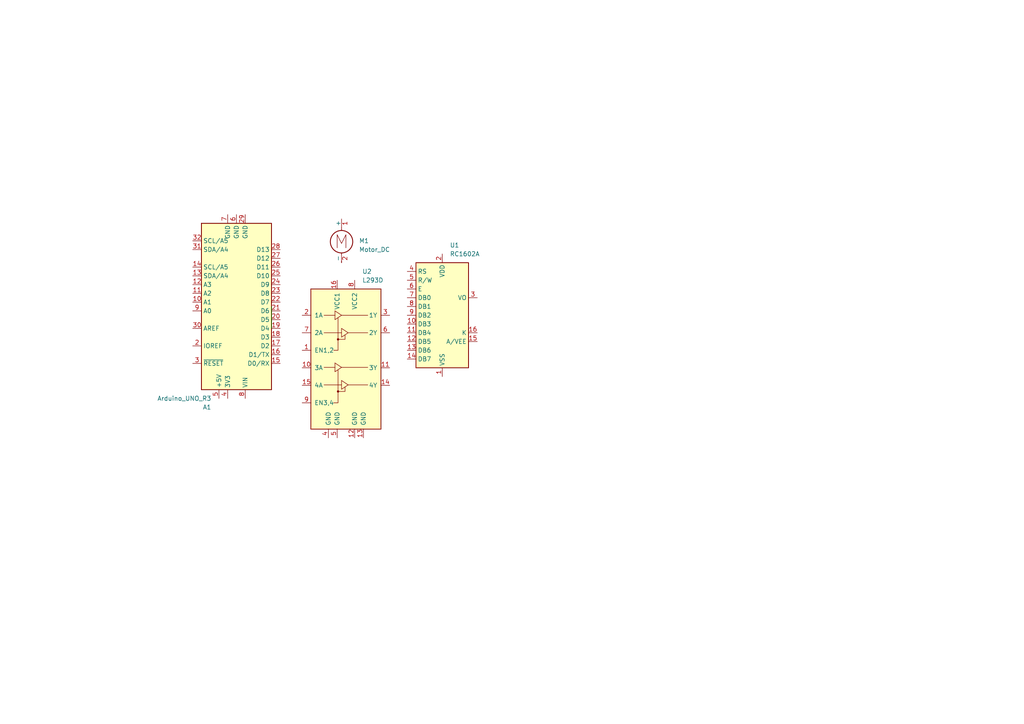
<source format=kicad_sch>
(kicad_sch (version 20231120) (generator "eeschema") (generator_version "8.0")
  (paper "A4")
  (lib_symbols
    (symbol "Display_Character:RC1602A"
      (property "Reference" "U" (at -6.35 16.51 0))
      (property "Value" "RC1602A" (at 2.794 16.51 0))
      (symbol "RC1602A_0_1"
        (rectangle (start -7.62 15.24) (end 7.62 -15.24) (stroke (width 0.254)) (fill (type background)))
      )
      (symbol "RC1602A_1_1"
        (pin power_in line (at 0 -17.78 90) (length 2.54) (name "VSS") (number "1"))
        (pin bidirectional line (at -10.16 -2.54 0) (length 2.54) (name "DB3") (number "10"))
        (pin bidirectional line (at -10.16 -5.08 0) (length 2.54) (name "DB4") (number "11"))
        (pin bidirectional line (at -10.16 -7.62 0) (length 2.54) (name "DB5") (number "12"))
        (pin bidirectional line (at -10.16 -10.16 0) (length 2.54) (name "DB6") (number "13"))
        (pin bidirectional line (at -10.16 -12.7 0) (length 2.54) (name "DB7") (number "14"))
        (pin power_in line (at 10.16 -7.62 180) (length 2.54) (name "A/VEE") (number "15"))
        (pin power_in line (at 10.16 -5.08 180) (length 2.54) (name "K") (number "16"))
        (pin power_in line (at 0 17.78 270) (length 2.54) (name "VDD") (number "2"))
        (pin power_in line (at 10.16 5.08 180) (length 2.54) (name "VO") (number "3"))
        (pin input line (at -10.16 12.7 0) (length 2.54) (name "RS") (number "4"))
        (pin input line (at -10.16 10.16 0) (length 2.54) (name "R/W") (number "5"))
        (pin input line (at -10.16 7.62 0) (length 2.54) (name "E") (number "6"))
        (pin bidirectional line (at -10.16 5.08 0) (length 2.54) (name "DB0") (number "7"))
        (pin bidirectional line (at -10.16 2.54 0) (length 2.54) (name "DB1") (number "8"))
        (pin bidirectional line (at -10.16 0 0) (length 2.54) (name "DB2") (number "9"))
      )
    )
    (symbol "Driver_Motor:L293D" (pin_names (offset 1.016))
      (property "Reference" "U" (at -5.08 26.035 0))
      (property "Value" "L293D" (at -5.08 24.13 0))
      (symbol "L293D_0_1"
        (rectangle (start -10.16 22.86) (end 10.16 -17.78) (stroke (width 0.254)) (fill (type background)))
        (circle (center -2.286 -6.858) (radius 0.254) (fill (type outline)))
        (circle (center -2.286 8.255) (radius 0.254) (fill (type outline)))
        (polyline (pts (xy -6.35 -4.953) (xy -1.27 -4.953)))
        (polyline (pts (xy -6.35 0.127) (xy -3.175 0.127)))
        (polyline (pts (xy -6.35 10.16) (xy -1.27 10.16)))
        (polyline (pts (xy -6.35 15.24) (xy -3.175 15.24)))
        (polyline (pts (xy -1.27 0.127) (xy 6.35 0.127)))
        (polyline (pts (xy -1.27 15.24) (xy 6.35 15.24)))
        (polyline (pts (xy 0.635 -4.953) (xy 6.35 -4.953)))
        (polyline (pts (xy 0.635 10.16) (xy 6.35 10.16)))
        (polyline (pts (xy -2.286 -6.858) (xy -0.254 -6.858) (xy -0.254 -5.588)))
        (polyline (pts (xy -2.286 -0.635) (xy -2.286 -10.16) (xy -3.556 -10.16)))
        (polyline (pts (xy -2.286 8.255) (xy -0.254 8.255) (xy -0.254 9.525)))
        (polyline (pts (xy -2.286 14.478) (xy -2.286 5.08) (xy -3.556 5.08)))
        (polyline (pts (xy -3.175 1.397) (xy -3.175 -1.143) (xy -1.27 0.127) (xy -3.175 1.397)))
        (polyline (pts (xy -3.175 16.51) (xy -3.175 13.97) (xy -1.27 15.24) (xy -3.175 16.51)))
        (polyline (pts (xy -1.27 -3.683) (xy -1.27 -6.223) (xy 0.635 -4.953) (xy -1.27 -3.683)))
        (polyline (pts (xy -1.27 11.43) (xy -1.27 8.89) (xy 0.635 10.16) (xy -1.27 11.43)))
      )
      (symbol "L293D_1_1"
        (pin input line (at -12.7 5.08 0) (length 2.54) (name "EN1,2") (number "1"))
        (pin input line (at -12.7 0 0) (length 2.54) (name "3A") (number "10"))
        (pin output line (at 12.7 0 180) (length 2.54) (name "3Y") (number "11"))
        (pin power_in line (at 2.54 -20.32 90) (length 2.54) (name "GND") (number "12"))
        (pin power_in line (at 5.08 -20.32 90) (length 2.54) (name "GND") (number "13"))
        (pin output line (at 12.7 -5.08 180) (length 2.54) (name "4Y") (number "14"))
        (pin input line (at -12.7 -5.08 0) (length 2.54) (name "4A") (number "15"))
        (pin power_in line (at -2.54 25.4 270) (length 2.54) (name "VCC1") (number "16"))
        (pin input line (at -12.7 15.24 0) (length 2.54) (name "1A") (number "2"))
        (pin output line (at 12.7 15.24 180) (length 2.54) (name "1Y") (number "3"))
        (pin power_in line (at -5.08 -20.32 90) (length 2.54) (name "GND") (number "4"))
        (pin power_in line (at -2.54 -20.32 90) (length 2.54) (name "GND") (number "5"))
        (pin output line (at 12.7 10.16 180) (length 2.54) (name "2Y") (number "6"))
        (pin input line (at -12.7 10.16 0) (length 2.54) (name "2A") (number "7"))
        (pin power_in line (at 2.54 25.4 270) (length 2.54) (name "VCC2") (number "8"))
        (pin input line (at -12.7 -10.16 0) (length 2.54) (name "EN3,4") (number "9"))
      )
    )
    (symbol "MCU_Module:Arduino_UNO_R3"
      (property "Reference" "A" (at -10.16 23.495 0))
      (property "Value" "Arduino_UNO_R3" (at 5.08 -26.67 0))
      (symbol "Arduino_UNO_R3_0_1"
        (rectangle (start -10.16 22.86) (end 10.16 -25.4) (stroke (width 0.254)) (fill (type background)))
      )
      (symbol "Arduino_UNO_R3_1_1"
        (pin no_connect line (at -10.16 -20.32 0) (length 2.54) hide (name "NC") (number "1"))
        (pin bidirectional line (at 12.7 -2.54 180) (length 2.54) (name "A1") (number "10"))
        (pin bidirectional line (at 12.7 -5.08 180) (length 2.54) (name "A2") (number "11"))
        (pin bidirectional line (at 12.7 -7.62 180) (length 2.54) (name "A3") (number "12"))
        (pin bidirectional line (at 12.7 -10.16 180) (length 2.54) (name "SDA/A4") (number "13"))
        (pin bidirectional line (at 12.7 -12.7 180) (length 2.54) (name "SCL/A5") (number "14"))
        (pin bidirectional line (at -12.7 15.24 0) (length 2.54) (name "D0/RX") (number "15"))
        (pin bidirectional line (at -12.7 12.7 0) (length 2.54) (name "D1/TX") (number "16"))
        (pin bidirectional line (at -12.7 10.16 0) (length 2.54) (name "D2") (number "17"))
        (pin bidirectional line (at -12.7 7.62 0) (length 2.54) (name "D3") (number "18"))
        (pin bidirectional line (at -12.7 5.08 0) (length 2.54) (name "D4") (number "19"))
        (pin output line (at 12.7 10.16 180) (length 2.54) (name "IOREF") (number "2"))
        (pin bidirectional line (at -12.7 2.54 0) (length 2.54) (name "D5") (number "20"))
        (pin bidirectional line (at -12.7 0 0) (length 2.54) (name "D6") (number "21"))
        (pin bidirectional line (at -12.7 -2.54 0) (length 2.54) (name "D7") (number "22"))
        (pin bidirectional line (at -12.7 -5.08 0) (length 2.54) (name "D8") (number "23"))
        (pin bidirectional line (at -12.7 -7.62 0) (length 2.54) (name "D9") (number "24"))
        (pin bidirectional line (at -12.7 -10.16 0) (length 2.54) (name "D10") (number "25"))
        (pin bidirectional line (at -12.7 -12.7 0) (length 2.54) (name "D11") (number "26"))
        (pin bidirectional line (at -12.7 -15.24 0) (length 2.54) (name "D12") (number "27"))
        (pin bidirectional line (at -12.7 -17.78 0) (length 2.54) (name "D13") (number "28"))
        (pin power_in line (at -2.54 -27.94 90) (length 2.54) (name "GND") (number "29"))
        (pin input line (at 12.7 15.24 180) (length 2.54) (name "~{RESET}") (number "3"))
        (pin input line (at 12.7 5.08 180) (length 2.54) (name "AREF") (number "30"))
        (pin bidirectional line (at 12.7 -17.78 180) (length 2.54) (name "SDA/A4") (number "31"))
        (pin bidirectional line (at 12.7 -20.32 180) (length 2.54) (name "SCL/A5") (number "32"))
        (pin power_out line (at 2.54 25.4 270) (length 2.54) (name "3V3") (number "4"))
        (pin power_out line (at 5.08 25.4 270) (length 2.54) (name "+5V") (number "5"))
        (pin power_in line (at 0 -27.94 90) (length 2.54) (name "GND") (number "6"))
        (pin power_in line (at 2.54 -27.94 90) (length 2.54) (name "GND") (number "7"))
        (pin power_in line (at -2.54 25.4 270) (length 2.54) (name "VIN") (number "8"))
        (pin bidirectional line (at 12.7 0 180) (length 2.54) (name "A0") (number "9"))
      )
    )
    (symbol "Motor:Motor_DC" (pin_names (offset 0))
      (property "Reference" "M" (at 2.54 2.54 0))
      (property "Value" "Motor_DC" (at 2.54 -5.08 0))
      (symbol "Motor_DC_0_0"
        (polyline (pts (xy -1.27 -3.302) (xy -1.27 0.508) (xy 0 -2.032) (xy 1.27 0.508) (xy 1.27 -3.302)))
      )
      (symbol "Motor_DC_0_1"
        (circle (center 0 -1.524) (radius 3.2512) (stroke (width 0.254)))
        (polyline (pts (xy 0 -7.62) (xy 0 -7.112)))
        (polyline (pts (xy 0 -4.7752) (xy 0 -5.1816)))
        (polyline (pts (xy 0 1.7272) (xy 0 2.0828)))
        (polyline (pts (xy 0 2.032) (xy 0 2.54)))
      )
      (symbol "Motor_DC_1_1"
        (pin passive line (at 0 5.08 270) (length 2.54) (name "+") (number "1"))
        (pin passive line (at 0 -7.62 90) (length 2.54) (name "-") (number "2"))
      )
    )
  )
  (wire (pts (xy 78.74 88.9) (xy 78.74 95.25)))
  (symbol (lib_id "Driver_Motor:L293D") (at 100.33 106.68 0) (unit 1)
    (property "Reference" "U2" (at 105.0641 78.74 0) (effects (justify left)))
    (property "Value" "L293D" (at 105.0641 81.28 0) (effects (justify left)))
    (property "Footprint" "Package_DIP:DIP-16_W7.62mm" (effects (hide yes)))
    (property "Datasheet" "http://www.ti.com/lit/ds/symlink/l293.pdf" (effects (hide yes)))
    (property "Description" "Quadruple Half-H Drivers" (effects (hide yes)))
  )
  (symbol (lib_id "MCU_Module:Arduino_UNO_R3") (at 68.58 90.17 180) (unit 1)
    (property "Reference" "A1" (at 61.3059 118.11 0) (effects (justify left)))
    (property "Value" "Arduino_UNO_R3" (at 61.3059 115.57 0) (effects (justify left)))
    (property "Footprint" "Module:Arduino_UNO_R3" (effects (hide yes)))
    (property "Datasheet" "https://www.arduino.cc/en/Main/arduinoBoardUno" (effects (hide yes)))
    (property "Description" "Arduino UNO Microcontroller Module, release 3" (effects (hide yes)))
  )
  (symbol (lib_id "Motor:Motor_DC") (at 99.06 68.58 0) (unit 1)
    (property "Reference" "M1" (at 104.14 69.8499 0) (effects (justify left)))
    (property "Value" "Motor_DC" (at 104.14 72.3899 0) (effects (justify left)))
    (property "Description" "DC Motor" (effects (hide yes)))
  )
  (symbol (lib_id "Display_Character:RC1602A") (at 128.27 91.44 0) (unit 1)
    (property "Reference" "U1" (at 130.4641 71.12 0) (effects (justify left)))
    (property "Value" "RC1602A" (at 130.4641 73.66 0) (effects (justify left)))
    (property "Footprint" "Display:RC1602A" (effects (hide yes)))
    (property "Datasheet" "http://www.raystar-optronics.com/down.php?ProID=18" (effects (hide yes)))
    (property "Description" "LCD 16x2 Alphanumeric gray backlight, 3 or 5V VDD" (effects (hide yes)))
  )
)
</source>
